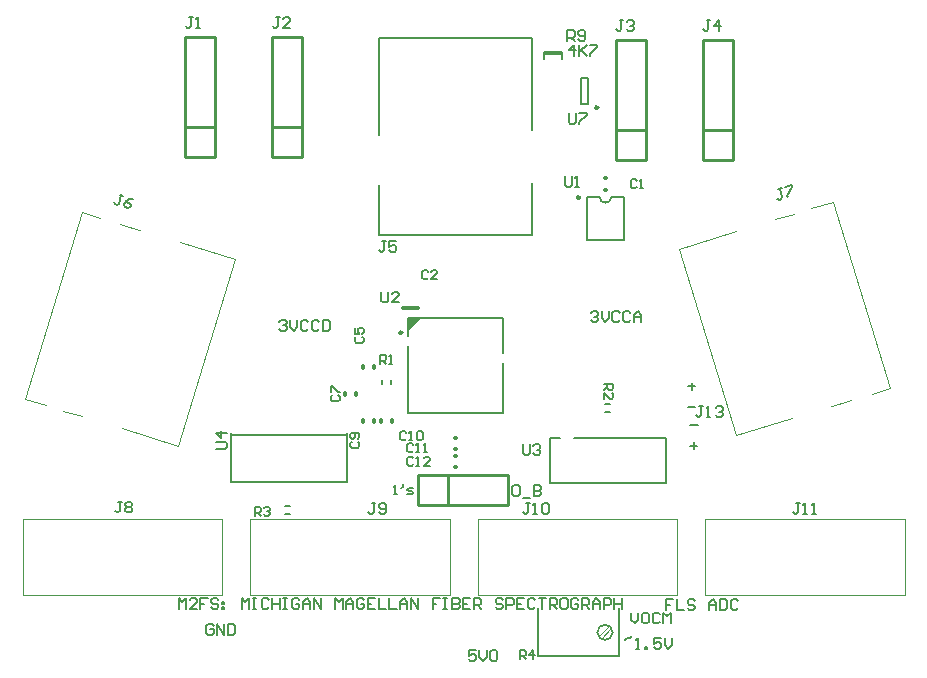
<source format=gto>
%FSLAX25Y25*%
%MOIN*%
G70*
G01*
G75*
G04 Layer_Color=65535*
%ADD10C,0.01155*%
%ADD11C,0.01150*%
%ADD12R,0.07087X0.06299*%
%ADD13C,0.02000*%
%ADD14R,0.01378X0.05512*%
%ADD15R,0.15000X0.08500*%
%ADD16R,0.02756X0.01575*%
%ADD17R,0.03543X0.02756*%
%ADD18R,0.06496X0.00984*%
%ADD19R,0.06496X0.00984*%
%ADD20R,0.06000X0.06000*%
%ADD21R,0.02756X0.03543*%
%ADD22R,0.05000X0.06000*%
%ADD23R,0.06000X0.05000*%
%ADD24C,0.02500*%
%ADD25C,0.00448*%
%ADD26C,0.00403*%
%ADD27C,0.00500*%
%ADD28C,0.00807*%
%ADD29C,0.00500*%
%ADD30C,0.00669*%
%ADD31C,0.00800*%
%ADD32C,0.00400*%
%ADD33C,0.02000*%
%ADD34C,0.00600*%
%ADD35R,0.05906X0.05906*%
%ADD36C,0.05906*%
%ADD37C,0.14000*%
%ADD38C,0.07400*%
%ADD39P,0.08352X4X152.0*%
%ADD40P,0.08352X4X298.0*%
%ADD41C,0.05000*%
%ADD42R,0.02362X0.03740*%
%ADD43C,0.03000*%
%ADD44C,0.04000*%
%ADD45P,0.02165X8X22.5*%
%ADD46R,0.03740X0.02362*%
%ADD47C,0.05200*%
%ADD48R,0.05200X0.05200*%
%ADD49R,0.03937X0.03937*%
%ADD50C,0.03937*%
G04:AMPARAMS|DCode=51|XSize=78.74mil|YSize=78.74mil|CornerRadius=19.69mil|HoleSize=0mil|Usage=FLASHONLY|Rotation=0.000|XOffset=0mil|YOffset=0mil|HoleType=Round|Shape=RoundedRectangle|*
%AMROUNDEDRECTD51*
21,1,0.07874,0.03937,0,0,0.0*
21,1,0.03937,0.07874,0,0,0.0*
1,1,0.03937,0.01969,-0.01969*
1,1,0.03937,-0.01969,-0.01969*
1,1,0.03937,-0.01969,0.01969*
1,1,0.03937,0.01969,0.01969*
%
%ADD51ROUNDEDRECTD51*%
%ADD52C,0.03500*%
%ADD53R,0.05200X0.05200*%
%ADD54R,0.02000X0.02000*%
%ADD55C,0.13000*%
%ADD56C,0.01800*%
%ADD57C,0.04000*%
%ADD58C,0.05543*%
%ADD59C,0.14800*%
%ADD60C,0.08200*%
%ADD61C,0.05500*%
G04:AMPARAMS|DCode=62|XSize=68mil|YSize=68mil|CornerRadius=0mil|HoleSize=0mil|Usage=FLASHONLY|Rotation=0.000|XOffset=0mil|YOffset=0mil|HoleType=Round|Shape=Relief|Width=10mil|Gap=10mil|Entries=4|*
%AMTHD62*
7,0,0,0.06800,0.04800,0.01000,45*
%
%ADD62THD62*%
%ADD63C,0.04500*%
%ADD64C,0.02800*%
G04:AMPARAMS|DCode=65|XSize=40mil|YSize=40mil|CornerRadius=0mil|HoleSize=0mil|Usage=FLASHONLY|Rotation=0.000|XOffset=0mil|YOffset=0mil|HoleType=Round|Shape=Relief|Width=6mil|Gap=8mil|Entries=4|*
%AMTHD65*
7,0,0,0.04000,0.02400,0.00600,45*
%
%ADD65THD65*%
G04:AMPARAMS|DCode=66|XSize=52mil|YSize=52mil|CornerRadius=0mil|HoleSize=0mil|Usage=FLASHONLY|Rotation=0.000|XOffset=0mil|YOffset=0mil|HoleType=Round|Shape=Relief|Width=6mil|Gap=8mil|Entries=4|*
%AMTHD66*
7,0,0,0.05200,0.03600,0.00600,45*
%
%ADD66THD66*%
%ADD67C,0.05800*%
G04:AMPARAMS|DCode=68|XSize=20mil|YSize=20mil|CornerRadius=0mil|HoleSize=0mil|Usage=FLASHONLY|Rotation=0.000|XOffset=0mil|YOffset=0mil|HoleType=Round|Shape=Relief|Width=4mil|Gap=3mil|Entries=4|*
%AMTHD68*
7,0,0,0.02000,0.01400,0.00400,45*
%
%ADD68THD68*%
%ADD69C,0.04913*%
%ADD70C,0.07315*%
%ADD71C,0.04200*%
%ADD72C,0.11600*%
%ADD73C,0.01297*%
%ADD74C,0.00918*%
%ADD75C,0.00390*%
%ADD76R,0.07874X0.08661*%
%ADD77R,0.06000X0.06000*%
%ADD78C,0.01500*%
G04:AMPARAMS|DCode=79|XSize=98mil|YSize=98mil|CornerRadius=0mil|HoleSize=0mil|Usage=FLASHONLY|Rotation=0.000|XOffset=0mil|YOffset=0mil|HoleType=Round|Shape=Relief|Width=10mil|Gap=10mil|Entries=4|*
%AMTHD79*
7,0,0,0.09800,0.07800,0.01000,45*
%
%ADD79THD79*%
%ADD80R,0.07874X0.08661*%
%ADD81R,0.09252X0.12205*%
%ADD82R,0.06299X0.06693*%
%ADD83R,0.06299X0.06693*%
%ADD84C,0.01000*%
%ADD85C,0.00375*%
%ADD86R,0.02000X0.01000*%
%ADD87R,0.07000X0.19000*%
%ADD88R,0.01000X0.14000*%
%ADD89R,0.05000X0.15000*%
%ADD90R,0.02000X0.01500*%
%ADD91R,0.06000X0.03500*%
%ADD92R,0.00500X0.01500*%
%ADD93R,0.01500X0.03000*%
%ADD94R,0.07500X0.26000*%
%ADD95R,0.02362X0.03740*%
%ADD96R,0.02362X0.03740*%
%ADD97R,0.02362X0.03740*%
%ADD98R,0.02362X0.03740*%
%ADD99R,0.03740X0.02362*%
%ADD100R,0.03740X0.02362*%
%ADD101R,0.06000X0.02760*%
%ADD102R,0.02107X0.03100*%
%ADD103R,0.05000X0.14260*%
%ADD104R,0.01000X0.13760*%
%ADD105R,0.02000X0.02000*%
%ADD106C,0.00984*%
%ADD107C,0.00787*%
%ADD108C,0.00394*%
%ADD109C,0.01200*%
G36*
X228855Y225236D02*
Y229173D01*
X232792D01*
X228855Y225236D01*
D02*
G37*
D31*
X298928Y116500D02*
Y132500D01*
X272028Y116500D02*
X298928D01*
X272028D02*
Y132500D01*
X260351Y197677D02*
Y214323D01*
Y217677D02*
Y229173D01*
X228855Y197677D02*
Y219827D01*
Y223327D02*
Y229173D01*
X260351D01*
D32*
X319086Y252394D02*
X338091Y190234D01*
X370249Y268036D02*
X389253Y205876D01*
X338091Y190234D02*
X356547Y195877D01*
X369744Y199911D02*
X370031Y199999D01*
X319086Y252394D02*
X337926Y258154D01*
X383228Y204034D02*
X389253Y205876D01*
X370031Y199999D02*
X376343Y201929D01*
X363076Y265843D02*
X370249Y268036D01*
X351123Y262188D02*
X357339Y264089D01*
X113856Y198432D02*
X120072Y196532D01*
X100946Y202379D02*
X108118Y200186D01*
X132860Y260592D02*
X139172Y258662D01*
X119950Y264539D02*
X125975Y262697D01*
X133269Y192497D02*
X152108Y186737D01*
X139172Y258662D02*
X139459Y258575D01*
X152656Y254540D02*
X171112Y248897D01*
X100946Y202379D02*
X119950Y264539D01*
X152108Y186737D02*
X171112Y248897D01*
X293078Y122450D02*
X296478Y125850D01*
X292378Y123350D02*
X295678Y126650D01*
D34*
X296927Y124550D02*
G03*
X296927Y124550I-2550J0D01*
G01*
X283928Y189400D02*
X314728D01*
X276128D02*
X279328D01*
X276128Y174300D02*
Y189400D01*
X314728Y174300D02*
Y189400D01*
X276128Y174300D02*
X314728D01*
X169728Y190200D02*
X208328D01*
X169728Y174700D02*
Y191100D01*
Y174700D02*
X208328D01*
Y191100D01*
X284027Y316700D02*
Y320299D01*
X282228Y318499D01*
X284627D01*
X285827Y320299D02*
Y316700D01*
Y317900D01*
X288226Y320299D01*
X286427Y318499D01*
X288226Y316700D01*
X289426Y320299D02*
X291825D01*
Y319699D01*
X289426Y317300D01*
Y316700D01*
X281828Y321600D02*
Y325199D01*
X283627D01*
X284227Y324599D01*
Y323399D01*
X283627Y322800D01*
X281828D01*
X283028D02*
X284227Y321600D01*
X285427Y322200D02*
X286027Y321600D01*
X287226D01*
X287826Y322200D01*
Y324599D01*
X287226Y325199D01*
X286027D01*
X285427Y324599D01*
Y323999D01*
X286027Y323399D01*
X287826D01*
X133682Y270064D02*
X132566Y270405D01*
X133124Y270234D01*
X132272Y267446D01*
X131543Y267059D01*
X130986Y267230D01*
X130598Y267958D01*
X137028Y269041D02*
X135742Y268824D01*
X134285Y268050D01*
X133944Y266935D01*
X134332Y266207D01*
X135447Y265865D01*
X136175Y266253D01*
X136346Y266810D01*
X135959Y267538D01*
X134285Y268050D01*
X353236Y272528D02*
X352120Y272187D01*
X352678Y272358D01*
X353531Y269569D01*
X353143Y268841D01*
X352586Y268671D01*
X351857Y269058D01*
X354351Y272869D02*
X356582Y273551D01*
X356752Y272993D01*
X355204Y270081D01*
X355374Y269523D01*
X156911Y329549D02*
X155744D01*
X156327D01*
Y326633D01*
X155744Y326050D01*
X155161D01*
X154578Y326633D01*
X158077Y326050D02*
X159243D01*
X158660D01*
Y329549D01*
X158077Y328966D01*
X221361Y254899D02*
X220194D01*
X220777D01*
Y251983D01*
X220194Y251400D01*
X219611D01*
X219028Y251983D01*
X224859Y254899D02*
X222527D01*
Y253149D01*
X223693Y253733D01*
X224276D01*
X224859Y253149D01*
Y251983D01*
X224276Y251400D01*
X223110D01*
X222527Y251983D01*
X164729Y185800D02*
X167645D01*
X168228Y186383D01*
Y187549D01*
X167645Y188133D01*
X164729D01*
X168228Y191048D02*
X164729D01*
X166479Y189299D01*
Y191631D01*
X267028Y187199D02*
Y184283D01*
X267611Y183700D01*
X268777D01*
X269361Y184283D01*
Y187199D01*
X270527Y186616D02*
X271110Y187199D01*
X272276D01*
X272860Y186616D01*
Y186033D01*
X272276Y185449D01*
X271693D01*
X272276D01*
X272860Y184866D01*
Y184283D01*
X272276Y183700D01*
X271110D01*
X270527Y184283D01*
X281028Y276499D02*
Y273583D01*
X281611Y273000D01*
X282777D01*
X283361Y273583D01*
Y276499D01*
X284527Y273000D02*
X285693D01*
X285110D01*
Y276499D01*
X284527Y275916D01*
X219528Y214000D02*
Y216999D01*
X221027D01*
X221527Y216499D01*
Y215499D01*
X221027Y215000D01*
X219528D01*
X220528D02*
X221527Y214000D01*
X222527D02*
X223527D01*
X223027D01*
Y216999D01*
X222527Y216499D01*
X329411Y328549D02*
X328244D01*
X328827D01*
Y325633D01*
X328244Y325050D01*
X327661D01*
X327078Y325633D01*
X332326Y325050D02*
Y328549D01*
X330577Y326799D01*
X332909D01*
X300411Y328549D02*
X299244D01*
X299827D01*
Y325633D01*
X299244Y325050D01*
X298661D01*
X298078Y325633D01*
X301577Y327966D02*
X302160Y328549D01*
X303326D01*
X303909Y327966D01*
Y327383D01*
X303326Y326799D01*
X302743D01*
X303326D01*
X303909Y326216D01*
Y325633D01*
X303326Y325050D01*
X302160D01*
X301577Y325633D01*
X185911Y329549D02*
X184744D01*
X185327D01*
Y326633D01*
X184744Y326050D01*
X184161D01*
X183578Y326633D01*
X189409Y326050D02*
X187077D01*
X189409Y328383D01*
Y328966D01*
X188826Y329549D01*
X187660D01*
X187077Y328966D01*
X224028Y170500D02*
X225028D01*
X224528D01*
Y173499D01*
X224028Y172999D01*
X227027Y173999D02*
Y172999D01*
X226527Y172499D01*
X228526Y170500D02*
X230026D01*
X230526Y171000D01*
X230026Y171500D01*
X229026D01*
X228526Y172000D01*
X229026Y172499D01*
X230526D01*
X177628Y163400D02*
Y166399D01*
X179128D01*
X179627Y165899D01*
Y164900D01*
X179128Y164400D01*
X177628D01*
X178628D02*
X179627Y163400D01*
X180627Y165899D02*
X181127Y166399D01*
X182127D01*
X182626Y165899D01*
Y165399D01*
X182127Y164900D01*
X181627D01*
X182127D01*
X182626Y164400D01*
Y163900D01*
X182127Y163400D01*
X181127D01*
X180627Y163900D01*
X294128Y207400D02*
X297127D01*
Y205901D01*
X296627Y205401D01*
X295627D01*
X295128Y205901D01*
Y207400D01*
Y206400D02*
X294128Y205401D01*
Y202402D02*
Y204401D01*
X296127Y202402D01*
X296627D01*
X297127Y202901D01*
Y203901D01*
X296627Y204401D01*
X265928Y115600D02*
Y118599D01*
X267427D01*
X267927Y118099D01*
Y117099D01*
X267427Y116600D01*
X265928D01*
X266928D02*
X267927Y115600D01*
X270427D02*
Y118599D01*
X268927Y117099D01*
X270926D01*
X133361Y167999D02*
X132194D01*
X132777D01*
Y165083D01*
X132194Y164500D01*
X131611D01*
X131028Y165083D01*
X134527Y167416D02*
X135110Y167999D01*
X136276D01*
X136860Y167416D01*
Y166833D01*
X136276Y166249D01*
X136860Y165666D01*
Y165083D01*
X136276Y164500D01*
X135110D01*
X134527Y165083D01*
Y165666D01*
X135110Y166249D01*
X134527Y166833D01*
Y167416D01*
X135110Y166249D02*
X136276D01*
X217861Y167499D02*
X216694D01*
X217277D01*
Y164583D01*
X216694Y164000D01*
X216111D01*
X215528Y164583D01*
X219027D02*
X219610Y164000D01*
X220776D01*
X221359Y164583D01*
Y166916D01*
X220776Y167499D01*
X219610D01*
X219027Y166916D01*
Y166333D01*
X219610Y165749D01*
X221359D01*
X269361Y167499D02*
X268194D01*
X268777D01*
Y164583D01*
X268194Y164000D01*
X267611D01*
X267028Y164583D01*
X270527Y164000D02*
X271693D01*
X271110D01*
Y167499D01*
X270527Y166916D01*
X273443D02*
X274026Y167499D01*
X275192D01*
X275775Y166916D01*
Y164583D01*
X275192Y164000D01*
X274026D01*
X273443Y164583D01*
Y166916D01*
X359361Y167499D02*
X358194D01*
X358777D01*
Y164583D01*
X358194Y164000D01*
X357611D01*
X357028Y164583D01*
X360527Y164000D02*
X361693D01*
X361110D01*
Y167499D01*
X360527Y166916D01*
X363443Y164000D02*
X364609D01*
X364026D01*
Y167499D01*
X363443Y166916D01*
X235527Y244699D02*
X235028Y245199D01*
X234028D01*
X233528Y244699D01*
Y242700D01*
X234028Y242200D01*
X235028D01*
X235527Y242700D01*
X238526Y242200D02*
X236527D01*
X238526Y244199D01*
Y244699D01*
X238027Y245199D01*
X237027D01*
X236527Y244699D01*
X211529Y222999D02*
X211029Y222499D01*
Y221500D01*
X211529Y221000D01*
X213528D01*
X214028Y221500D01*
Y222499D01*
X213528Y222999D01*
X211029Y225998D02*
Y223999D01*
X212528D01*
X212029Y224999D01*
Y225499D01*
X212528Y225998D01*
X213528D01*
X214028Y225499D01*
Y224499D01*
X213528Y223999D01*
X230527Y186999D02*
X230028Y187499D01*
X229028D01*
X228528Y186999D01*
Y185000D01*
X229028Y184500D01*
X230028D01*
X230527Y185000D01*
X231527Y184500D02*
X232527D01*
X232027D01*
Y187499D01*
X231527Y186999D01*
X234026Y184500D02*
X235026D01*
X234526D01*
Y187499D01*
X234026Y186999D01*
X203529Y203499D02*
X203029Y202999D01*
Y202000D01*
X203529Y201500D01*
X205528D01*
X206028Y202000D01*
Y202999D01*
X205528Y203499D01*
X203029Y204499D02*
Y206498D01*
X203529D01*
X205528Y204499D01*
X206028D01*
X230527Y182499D02*
X230028Y182999D01*
X229028D01*
X228528Y182499D01*
Y180500D01*
X229028Y180000D01*
X230028D01*
X230527Y180500D01*
X231527Y180000D02*
X232527D01*
X232027D01*
Y182999D01*
X231527Y182499D01*
X236026Y180000D02*
X234026D01*
X236026Y181999D01*
Y182499D01*
X235526Y182999D01*
X234526D01*
X234026Y182499D01*
X210029Y187999D02*
X209529Y187499D01*
Y186500D01*
X210029Y186000D01*
X212028D01*
X212528Y186500D01*
Y187499D01*
X212028Y187999D01*
Y188999D02*
X212528Y189499D01*
Y190499D01*
X212028Y190998D01*
X210029D01*
X209529Y190499D01*
Y189499D01*
X210029Y188999D01*
X210529D01*
X211029Y189499D01*
Y190998D01*
X228127Y190999D02*
X227627Y191499D01*
X226628D01*
X226128Y190999D01*
Y189000D01*
X226628Y188500D01*
X227627D01*
X228127Y189000D01*
X229127Y188500D02*
X230127D01*
X229627D01*
Y191499D01*
X229127Y190999D01*
X231626D02*
X232126Y191499D01*
X233126D01*
X233626Y190999D01*
Y189000D01*
X233126Y188500D01*
X232126D01*
X231626Y189000D01*
Y190999D01*
X305027Y274999D02*
X304527Y275499D01*
X303528D01*
X303028Y274999D01*
Y273000D01*
X303528Y272500D01*
X304527D01*
X305027Y273000D01*
X306027Y272500D02*
X307027D01*
X306527D01*
Y275499D01*
X306027Y274999D01*
X219828Y237999D02*
Y235083D01*
X220411Y234500D01*
X221577D01*
X222161Y235083D01*
Y237999D01*
X225659Y234500D02*
X223327D01*
X225659Y236833D01*
Y237416D01*
X225076Y237999D01*
X223910D01*
X223327Y237416D01*
X282228Y297499D02*
Y294500D01*
X282828Y293900D01*
X284027D01*
X284627Y294500D01*
Y297499D01*
X285827D02*
X288226D01*
Y296899D01*
X285827Y294500D01*
Y293900D01*
X322828Y193599D02*
X325227D01*
X321928Y199499D02*
X324327D01*
X322728Y186699D02*
X325127D01*
X323928Y187899D02*
Y185500D01*
X322028Y206599D02*
X324427D01*
X323228Y207799D02*
Y205400D01*
X327027Y199899D02*
X325828D01*
X326427D01*
Y196900D01*
X325828Y196300D01*
X325228D01*
X324628Y196900D01*
X328227Y196300D02*
X329427D01*
X328827D01*
Y199899D01*
X328227Y199299D01*
X331226D02*
X331826Y199899D01*
X333025D01*
X333625Y199299D01*
Y198699D01*
X333025Y198099D01*
X332425D01*
X333025D01*
X333625Y197500D01*
Y196900D01*
X333025Y196300D01*
X331826D01*
X331226Y196900D01*
X289628Y230999D02*
X290228Y231599D01*
X291427D01*
X292027Y230999D01*
Y230399D01*
X291427Y229799D01*
X290828D01*
X291427D01*
X292027Y229200D01*
Y228600D01*
X291427Y228000D01*
X290228D01*
X289628Y228600D01*
X293227Y231599D02*
Y229200D01*
X294426Y228000D01*
X295626Y229200D01*
Y231599D01*
X299225Y230999D02*
X298625Y231599D01*
X297426D01*
X296826Y230999D01*
Y228600D01*
X297426Y228000D01*
X298625D01*
X299225Y228600D01*
X302824Y230999D02*
X302224Y231599D01*
X301024D01*
X300425Y230999D01*
Y228600D01*
X301024Y228000D01*
X302224D01*
X302824Y228600D01*
X304023Y228000D02*
Y230399D01*
X305223Y231599D01*
X306423Y230399D01*
Y228000D01*
Y229799D01*
X304023D01*
X185828Y228099D02*
X186428Y228699D01*
X187627D01*
X188227Y228099D01*
Y227499D01*
X187627Y226899D01*
X187028D01*
X187627D01*
X188227Y226300D01*
Y225700D01*
X187627Y225100D01*
X186428D01*
X185828Y225700D01*
X189427Y228699D02*
Y226300D01*
X190627Y225100D01*
X191826Y226300D01*
Y228699D01*
X195425Y228099D02*
X194825Y228699D01*
X193625D01*
X193026Y228099D01*
Y225700D01*
X193625Y225100D01*
X194825D01*
X195425Y225700D01*
X199024Y228099D02*
X198424Y228699D01*
X197224D01*
X196625Y228099D01*
Y225700D01*
X197224Y225100D01*
X198424D01*
X199024Y225700D01*
X200223Y228699D02*
Y225100D01*
X202023D01*
X202623Y225700D01*
Y228099D01*
X202023Y228699D01*
X200223D01*
X251327Y118599D02*
X248928D01*
Y116799D01*
X250128Y117399D01*
X250727D01*
X251327Y116799D01*
Y115600D01*
X250727Y115000D01*
X249528D01*
X248928Y115600D01*
X252527Y118599D02*
Y116200D01*
X253727Y115000D01*
X254926Y116200D01*
Y118599D01*
X256126Y117999D02*
X256726Y118599D01*
X257925D01*
X258525Y117999D01*
Y115600D01*
X257925Y115000D01*
X256726D01*
X256126Y115600D01*
Y117999D01*
X163927Y126799D02*
X163327Y127399D01*
X162128D01*
X161528Y126799D01*
Y124400D01*
X162128Y123800D01*
X163327D01*
X163927Y124400D01*
Y125599D01*
X162728D01*
X165127Y123800D02*
Y127399D01*
X167526Y123800D01*
Y127399D01*
X168726D02*
Y123800D01*
X170525D01*
X171125Y124400D01*
Y126799D01*
X170525Y127399D01*
X168726D01*
X301028Y121999D02*
X301628Y122599D01*
X302827D01*
X303427Y123199D01*
X304627Y119000D02*
X305826D01*
X305227D01*
Y122599D01*
X304627Y121999D01*
X307626Y119000D02*
Y119600D01*
X308226D01*
Y119000D01*
X307626D01*
X313024Y122599D02*
X310625D01*
Y120799D01*
X311824Y121399D01*
X312424D01*
X313024Y120799D01*
Y119600D01*
X312424Y119000D01*
X311225D01*
X310625Y119600D01*
X314224Y122599D02*
Y120200D01*
X315423Y119000D01*
X316623Y120200D01*
Y122599D01*
X265327Y173599D02*
X264128D01*
X263528Y172999D01*
Y170600D01*
X264128Y170000D01*
X265327D01*
X265927Y170600D01*
Y172999D01*
X265327Y173599D01*
X267127Y169400D02*
X269526D01*
X270726Y173599D02*
Y170000D01*
X272525D01*
X273125Y170600D01*
Y171200D01*
X272525Y171799D01*
X270726D01*
X272525D01*
X273125Y172399D01*
Y172999D01*
X272525Y173599D01*
X270726D01*
X303028Y131099D02*
Y128700D01*
X304228Y127500D01*
X305427Y128700D01*
Y131099D01*
X308426D02*
X307227D01*
X306627Y130499D01*
Y128100D01*
X307227Y127500D01*
X308426D01*
X309026Y128100D01*
Y130499D01*
X308426Y131099D01*
X312625Y130499D02*
X312025Y131099D01*
X310825D01*
X310226Y130499D01*
Y128100D01*
X310825Y127500D01*
X312025D01*
X312625Y128100D01*
X313825Y127500D02*
Y131099D01*
X315024Y129899D01*
X316224Y131099D01*
Y127500D01*
X152328Y132300D02*
Y135899D01*
X153528Y134699D01*
X154727Y135899D01*
Y132300D01*
X158326D02*
X155927D01*
X158326Y134699D01*
Y135299D01*
X157726Y135899D01*
X156527D01*
X155927Y135299D01*
X161925Y135899D02*
X159526D01*
Y134099D01*
X160725D01*
X159526D01*
Y132300D01*
X165524Y135299D02*
X164924Y135899D01*
X163724D01*
X163125Y135299D01*
Y134699D01*
X163724Y134099D01*
X164924D01*
X165524Y133500D01*
Y132900D01*
X164924Y132300D01*
X163724D01*
X163125Y132900D01*
X166723Y134699D02*
X167323D01*
Y134099D01*
X166723D01*
Y134699D01*
Y132900D02*
X167323D01*
Y132300D01*
X166723D01*
Y132900D01*
X173321Y132300D02*
Y135899D01*
X174521Y134699D01*
X175721Y135899D01*
Y132300D01*
X176920Y135899D02*
X178120D01*
X177520D01*
Y132300D01*
X176920D01*
X178120D01*
X182318Y135299D02*
X181719Y135899D01*
X180519D01*
X179919Y135299D01*
Y132900D01*
X180519Y132300D01*
X181719D01*
X182318Y132900D01*
X183518Y135899D02*
Y132300D01*
Y134099D01*
X185917D01*
Y135899D01*
Y132300D01*
X187117Y135899D02*
X188316D01*
X187717D01*
Y132300D01*
X187117D01*
X188316D01*
X192515Y135299D02*
X191915Y135899D01*
X190716D01*
X190116Y135299D01*
Y132900D01*
X190716Y132300D01*
X191915D01*
X192515Y132900D01*
Y134099D01*
X191315D01*
X193715Y132300D02*
Y134699D01*
X194914Y135899D01*
X196114Y134699D01*
Y132300D01*
Y134099D01*
X193715D01*
X197313Y132300D02*
Y135899D01*
X199713Y132300D01*
Y135899D01*
X204511Y132300D02*
Y135899D01*
X205711Y134699D01*
X206910Y135899D01*
Y132300D01*
X208110D02*
Y134699D01*
X209310Y135899D01*
X210509Y134699D01*
Y132300D01*
Y134099D01*
X208110D01*
X214108Y135299D02*
X213508Y135899D01*
X212309D01*
X211709Y135299D01*
Y132900D01*
X212309Y132300D01*
X213508D01*
X214108Y132900D01*
Y134099D01*
X212909D01*
X217707Y135899D02*
X215308D01*
Y132300D01*
X217707D01*
X215308Y134099D02*
X216507D01*
X218906Y135899D02*
Y132300D01*
X221306D01*
X222505Y135899D02*
Y132300D01*
X224905D01*
X226104D02*
Y134699D01*
X227304Y135899D01*
X228503Y134699D01*
Y132300D01*
Y134099D01*
X226104D01*
X229703Y132300D02*
Y135899D01*
X232102Y132300D01*
Y135899D01*
X239300D02*
X236901D01*
Y134099D01*
X238100D01*
X236901D01*
Y132300D01*
X240500Y135899D02*
X241699D01*
X241099D01*
Y132300D01*
X240500D01*
X241699D01*
X243499Y135899D02*
Y132300D01*
X245298D01*
X245898Y132900D01*
Y133500D01*
X245298Y134099D01*
X243499D01*
X245298D01*
X245898Y134699D01*
Y135299D01*
X245298Y135899D01*
X243499D01*
X249497D02*
X247097D01*
Y132300D01*
X249497D01*
X247097Y134099D02*
X248297D01*
X250696Y132300D02*
Y135899D01*
X252496D01*
X253096Y135299D01*
Y134099D01*
X252496Y133500D01*
X250696D01*
X251896D02*
X253096Y132300D01*
X260293Y135299D02*
X259693Y135899D01*
X258494D01*
X257894Y135299D01*
Y134699D01*
X258494Y134099D01*
X259693D01*
X260293Y133500D01*
Y132900D01*
X259693Y132300D01*
X258494D01*
X257894Y132900D01*
X261493Y132300D02*
Y135899D01*
X263292D01*
X263892Y135299D01*
Y134099D01*
X263292Y133500D01*
X261493D01*
X267491Y135899D02*
X265092D01*
Y132300D01*
X267491D01*
X265092Y134099D02*
X266291D01*
X271090Y135299D02*
X270490Y135899D01*
X269290D01*
X268690Y135299D01*
Y132900D01*
X269290Y132300D01*
X270490D01*
X271090Y132900D01*
X272289Y135899D02*
X274689D01*
X273489D01*
Y132300D01*
X275888D02*
Y135899D01*
X277688D01*
X278287Y135299D01*
Y134099D01*
X277688Y133500D01*
X275888D01*
X277088D02*
X278287Y132300D01*
X281286Y135899D02*
X280087D01*
X279487Y135299D01*
Y132900D01*
X280087Y132300D01*
X281286D01*
X281886Y132900D01*
Y135299D01*
X281286Y135899D01*
X285485Y135299D02*
X284885Y135899D01*
X283686D01*
X283086Y135299D01*
Y132900D01*
X283686Y132300D01*
X284885D01*
X285485Y132900D01*
Y134099D01*
X284285D01*
X286685Y132300D02*
Y135899D01*
X288484D01*
X289084Y135299D01*
Y134099D01*
X288484Y133500D01*
X286685D01*
X287884D02*
X289084Y132300D01*
X290283D02*
Y134699D01*
X291483Y135899D01*
X292683Y134699D01*
Y132300D01*
Y134099D01*
X290283D01*
X293882Y132300D02*
Y135899D01*
X295682D01*
X296282Y135299D01*
Y134099D01*
X295682Y133500D01*
X293882D01*
X297481Y135899D02*
Y132300D01*
Y134099D01*
X299880D01*
Y135899D01*
Y132300D01*
X317127Y135499D02*
X314728D01*
Y133699D01*
X315928D01*
X314728D01*
Y131900D01*
X318327Y135499D02*
Y131900D01*
X320726D01*
X324325Y134899D02*
X323725Y135499D01*
X322526D01*
X321926Y134899D01*
Y134299D01*
X322526Y133699D01*
X323725D01*
X324325Y133100D01*
Y132500D01*
X323725Y131900D01*
X322526D01*
X321926Y132500D01*
X329123Y131900D02*
Y134299D01*
X330323Y135499D01*
X331523Y134299D01*
Y131900D01*
Y133699D01*
X329123D01*
X332722Y135499D02*
Y131900D01*
X334522D01*
X335121Y132500D01*
Y134899D01*
X334522Y135499D01*
X332722D01*
X338720Y134899D02*
X338121Y135499D01*
X336921D01*
X336321Y134899D01*
Y132500D01*
X336921Y131900D01*
X338121D01*
X338720Y132500D01*
D84*
X242028Y167000D02*
Y177000D01*
X232028Y167000D02*
Y177000D01*
X262028D01*
Y167000D02*
Y177000D01*
X232028Y167000D02*
X262028D01*
X154528Y293000D02*
X164528D01*
X154528Y283000D02*
X164528D01*
X154528D02*
Y323000D01*
X164528D01*
Y283000D02*
Y323000D01*
X183528Y293000D02*
X193528D01*
X183528Y283000D02*
X193528D01*
X183528D02*
Y323000D01*
X193528D01*
Y283000D02*
Y323000D01*
X298028Y292000D02*
X308028D01*
X298028Y282000D02*
X308028D01*
X298028D02*
Y322000D01*
X308028D01*
Y282000D02*
Y322000D01*
X327028Y292000D02*
X337028D01*
X327028Y282000D02*
X337028D01*
X327028D02*
Y322000D01*
X337028D01*
Y282000D02*
Y322000D01*
D106*
X292056Y299488D02*
G03*
X292056Y299488I-492J0D01*
G01*
X226788Y224449D02*
G03*
X226788Y224449I-492J0D01*
G01*
X286028Y269500D02*
G03*
X286028Y269500I-492J0D01*
G01*
D107*
X292494Y269783D02*
G03*
X296562Y269783I2034J0D01*
G01*
X270028Y292100D02*
Y322500D01*
Y257000D02*
Y274300D01*
X219028Y290300D02*
Y322500D01*
Y257000D02*
Y273700D01*
Y257000D02*
X270028D01*
X219028Y322500D02*
X270028D01*
X273878Y317233D02*
X280178D01*
X273878Y317981D02*
X280178D01*
X273878Y315619D02*
Y317981D01*
X280178Y315619D02*
Y317981D01*
X286347Y300669D02*
X288709D01*
X286347Y309331D02*
X288709D01*
Y300669D02*
Y309331D01*
X286347Y300669D02*
Y309331D01*
X228855Y197677D02*
X260351D01*
X228855Y225236D02*
X232792Y229173D01*
X220150Y207213D02*
Y208787D01*
X222906Y207213D02*
Y208787D01*
X288426Y269783D02*
X292494D01*
X296562D02*
X300630D01*
X288426Y255216D02*
X300630D01*
X288426D02*
Y269783D01*
X300630Y255216D02*
Y269783D01*
X187841Y164022D02*
X189415D01*
X187841Y166778D02*
X189415D01*
X294341Y200778D02*
X295915D01*
X294341Y198022D02*
X295915D01*
D108*
X100268Y162417D02*
X166804D01*
Y136996D02*
Y162417D01*
X100268Y136996D02*
Y162417D01*
Y136996D02*
X166804D01*
X176094Y162417D02*
X242629D01*
Y136996D02*
Y162417D01*
X176094Y136996D02*
Y162417D01*
Y136996D02*
X242629D01*
X251919Y162417D02*
X318455D01*
Y136996D02*
Y162417D01*
X251919Y136996D02*
Y162417D01*
Y136996D02*
X318455D01*
X327745Y162417D02*
X394280D01*
Y136996D02*
Y162417D01*
X327745Y136996D02*
Y162417D01*
Y136996D02*
X394280D01*
D109*
X227028Y232500D02*
X232028D01*
X213628Y212700D02*
Y213200D01*
X217428Y212700D02*
Y213200D01*
X244328Y185600D02*
X244828D01*
X244328Y189400D02*
X244828D01*
X207628Y203700D02*
Y204200D01*
X211428Y203700D02*
Y204200D01*
X244228Y183400D02*
X244728D01*
X244228Y179600D02*
X244728D01*
X217428Y194800D02*
Y195300D01*
X213628Y194800D02*
Y195300D01*
X219628Y194700D02*
Y195200D01*
X223428Y194700D02*
Y195200D01*
X294228Y275900D02*
X294728D01*
X294228Y272100D02*
X294728D01*
M02*

</source>
